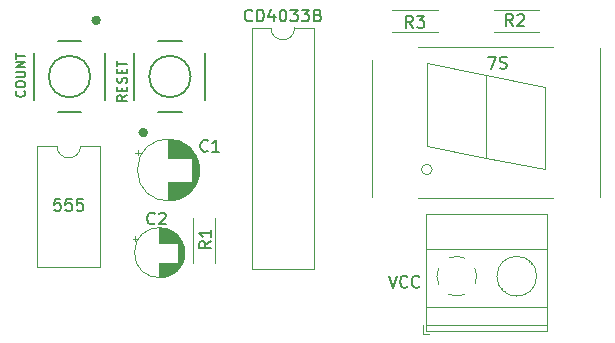
<source format=gbr>
%TF.GenerationSoftware,KiCad,Pcbnew,8.0.5*%
%TF.CreationDate,2025-01-11T13:33:14+03:00*%
%TF.ProjectId,Counter_CD4033,436f756e-7465-4725-9f43-44343033332e,rev?*%
%TF.SameCoordinates,Original*%
%TF.FileFunction,Legend,Top*%
%TF.FilePolarity,Positive*%
%FSLAX46Y46*%
G04 Gerber Fmt 4.6, Leading zero omitted, Abs format (unit mm)*
G04 Created by KiCad (PCBNEW 8.0.5) date 2025-01-11 13:33:14*
%MOMM*%
%LPD*%
G01*
G04 APERTURE LIST*
%ADD10C,0.150000*%
%ADD11C,0.120000*%
%ADD12C,0.127000*%
%ADD13C,0.400000*%
G04 APERTURE END LIST*
D10*
X161070476Y-68914819D02*
X161737142Y-68914819D01*
X161737142Y-68914819D02*
X161308571Y-69914819D01*
X162070476Y-69867200D02*
X162213333Y-69914819D01*
X162213333Y-69914819D02*
X162451428Y-69914819D01*
X162451428Y-69914819D02*
X162546666Y-69867200D01*
X162546666Y-69867200D02*
X162594285Y-69819580D01*
X162594285Y-69819580D02*
X162641904Y-69724342D01*
X162641904Y-69724342D02*
X162641904Y-69629104D01*
X162641904Y-69629104D02*
X162594285Y-69533866D01*
X162594285Y-69533866D02*
X162546666Y-69486247D01*
X162546666Y-69486247D02*
X162451428Y-69438628D01*
X162451428Y-69438628D02*
X162260952Y-69391009D01*
X162260952Y-69391009D02*
X162165714Y-69343390D01*
X162165714Y-69343390D02*
X162118095Y-69295771D01*
X162118095Y-69295771D02*
X162070476Y-69200533D01*
X162070476Y-69200533D02*
X162070476Y-69105295D01*
X162070476Y-69105295D02*
X162118095Y-69010057D01*
X162118095Y-69010057D02*
X162165714Y-68962438D01*
X162165714Y-68962438D02*
X162260952Y-68914819D01*
X162260952Y-68914819D02*
X162499047Y-68914819D01*
X162499047Y-68914819D02*
X162641904Y-68962438D01*
X137333333Y-76859580D02*
X137285714Y-76907200D01*
X137285714Y-76907200D02*
X137142857Y-76954819D01*
X137142857Y-76954819D02*
X137047619Y-76954819D01*
X137047619Y-76954819D02*
X136904762Y-76907200D01*
X136904762Y-76907200D02*
X136809524Y-76811961D01*
X136809524Y-76811961D02*
X136761905Y-76716723D01*
X136761905Y-76716723D02*
X136714286Y-76526247D01*
X136714286Y-76526247D02*
X136714286Y-76383390D01*
X136714286Y-76383390D02*
X136761905Y-76192914D01*
X136761905Y-76192914D02*
X136809524Y-76097676D01*
X136809524Y-76097676D02*
X136904762Y-76002438D01*
X136904762Y-76002438D02*
X137047619Y-75954819D01*
X137047619Y-75954819D02*
X137142857Y-75954819D01*
X137142857Y-75954819D02*
X137285714Y-76002438D01*
X137285714Y-76002438D02*
X137333333Y-76050057D01*
X138285714Y-76954819D02*
X137714286Y-76954819D01*
X138000000Y-76954819D02*
X138000000Y-75954819D01*
X138000000Y-75954819D02*
X137904762Y-76097676D01*
X137904762Y-76097676D02*
X137809524Y-76192914D01*
X137809524Y-76192914D02*
X137714286Y-76240533D01*
X152666667Y-87454819D02*
X153000000Y-88454819D01*
X153000000Y-88454819D02*
X153333333Y-87454819D01*
X154238095Y-88359580D02*
X154190476Y-88407200D01*
X154190476Y-88407200D02*
X154047619Y-88454819D01*
X154047619Y-88454819D02*
X153952381Y-88454819D01*
X153952381Y-88454819D02*
X153809524Y-88407200D01*
X153809524Y-88407200D02*
X153714286Y-88311961D01*
X153714286Y-88311961D02*
X153666667Y-88216723D01*
X153666667Y-88216723D02*
X153619048Y-88026247D01*
X153619048Y-88026247D02*
X153619048Y-87883390D01*
X153619048Y-87883390D02*
X153666667Y-87692914D01*
X153666667Y-87692914D02*
X153714286Y-87597676D01*
X153714286Y-87597676D02*
X153809524Y-87502438D01*
X153809524Y-87502438D02*
X153952381Y-87454819D01*
X153952381Y-87454819D02*
X154047619Y-87454819D01*
X154047619Y-87454819D02*
X154190476Y-87502438D01*
X154190476Y-87502438D02*
X154238095Y-87550057D01*
X155238095Y-88359580D02*
X155190476Y-88407200D01*
X155190476Y-88407200D02*
X155047619Y-88454819D01*
X155047619Y-88454819D02*
X154952381Y-88454819D01*
X154952381Y-88454819D02*
X154809524Y-88407200D01*
X154809524Y-88407200D02*
X154714286Y-88311961D01*
X154714286Y-88311961D02*
X154666667Y-88216723D01*
X154666667Y-88216723D02*
X154619048Y-88026247D01*
X154619048Y-88026247D02*
X154619048Y-87883390D01*
X154619048Y-87883390D02*
X154666667Y-87692914D01*
X154666667Y-87692914D02*
X154714286Y-87597676D01*
X154714286Y-87597676D02*
X154809524Y-87502438D01*
X154809524Y-87502438D02*
X154952381Y-87454819D01*
X154952381Y-87454819D02*
X155047619Y-87454819D01*
X155047619Y-87454819D02*
X155190476Y-87502438D01*
X155190476Y-87502438D02*
X155238095Y-87550057D01*
X137614819Y-84546666D02*
X137138628Y-84879999D01*
X137614819Y-85118094D02*
X136614819Y-85118094D01*
X136614819Y-85118094D02*
X136614819Y-84737142D01*
X136614819Y-84737142D02*
X136662438Y-84641904D01*
X136662438Y-84641904D02*
X136710057Y-84594285D01*
X136710057Y-84594285D02*
X136805295Y-84546666D01*
X136805295Y-84546666D02*
X136948152Y-84546666D01*
X136948152Y-84546666D02*
X137043390Y-84594285D01*
X137043390Y-84594285D02*
X137091009Y-84641904D01*
X137091009Y-84641904D02*
X137138628Y-84737142D01*
X137138628Y-84737142D02*
X137138628Y-85118094D01*
X137614819Y-83594285D02*
X137614819Y-84165713D01*
X137614819Y-83879999D02*
X136614819Y-83879999D01*
X136614819Y-83879999D02*
X136757676Y-83975237D01*
X136757676Y-83975237D02*
X136852914Y-84070475D01*
X136852914Y-84070475D02*
X136900533Y-84165713D01*
X132833333Y-83019580D02*
X132785714Y-83067200D01*
X132785714Y-83067200D02*
X132642857Y-83114819D01*
X132642857Y-83114819D02*
X132547619Y-83114819D01*
X132547619Y-83114819D02*
X132404762Y-83067200D01*
X132404762Y-83067200D02*
X132309524Y-82971961D01*
X132309524Y-82971961D02*
X132261905Y-82876723D01*
X132261905Y-82876723D02*
X132214286Y-82686247D01*
X132214286Y-82686247D02*
X132214286Y-82543390D01*
X132214286Y-82543390D02*
X132261905Y-82352914D01*
X132261905Y-82352914D02*
X132309524Y-82257676D01*
X132309524Y-82257676D02*
X132404762Y-82162438D01*
X132404762Y-82162438D02*
X132547619Y-82114819D01*
X132547619Y-82114819D02*
X132642857Y-82114819D01*
X132642857Y-82114819D02*
X132785714Y-82162438D01*
X132785714Y-82162438D02*
X132833333Y-82210057D01*
X133214286Y-82210057D02*
X133261905Y-82162438D01*
X133261905Y-82162438D02*
X133357143Y-82114819D01*
X133357143Y-82114819D02*
X133595238Y-82114819D01*
X133595238Y-82114819D02*
X133690476Y-82162438D01*
X133690476Y-82162438D02*
X133738095Y-82210057D01*
X133738095Y-82210057D02*
X133785714Y-82305295D01*
X133785714Y-82305295D02*
X133785714Y-82400533D01*
X133785714Y-82400533D02*
X133738095Y-82543390D01*
X133738095Y-82543390D02*
X133166667Y-83114819D01*
X133166667Y-83114819D02*
X133785714Y-83114819D01*
X121786544Y-71816251D02*
X121824697Y-71854404D01*
X121824697Y-71854404D02*
X121862849Y-71968860D01*
X121862849Y-71968860D02*
X121862849Y-72045165D01*
X121862849Y-72045165D02*
X121824697Y-72159622D01*
X121824697Y-72159622D02*
X121748392Y-72235926D01*
X121748392Y-72235926D02*
X121672088Y-72274078D01*
X121672088Y-72274078D02*
X121519479Y-72312231D01*
X121519479Y-72312231D02*
X121405022Y-72312231D01*
X121405022Y-72312231D02*
X121252413Y-72274078D01*
X121252413Y-72274078D02*
X121176108Y-72235926D01*
X121176108Y-72235926D02*
X121099804Y-72159622D01*
X121099804Y-72159622D02*
X121061652Y-72045165D01*
X121061652Y-72045165D02*
X121061652Y-71968860D01*
X121061652Y-71968860D02*
X121099804Y-71854404D01*
X121099804Y-71854404D02*
X121137956Y-71816251D01*
X121061652Y-71320272D02*
X121061652Y-71167663D01*
X121061652Y-71167663D02*
X121099804Y-71091359D01*
X121099804Y-71091359D02*
X121176108Y-71015054D01*
X121176108Y-71015054D02*
X121328717Y-70976902D01*
X121328717Y-70976902D02*
X121595783Y-70976902D01*
X121595783Y-70976902D02*
X121748392Y-71015054D01*
X121748392Y-71015054D02*
X121824697Y-71091359D01*
X121824697Y-71091359D02*
X121862849Y-71167663D01*
X121862849Y-71167663D02*
X121862849Y-71320272D01*
X121862849Y-71320272D02*
X121824697Y-71396577D01*
X121824697Y-71396577D02*
X121748392Y-71472881D01*
X121748392Y-71472881D02*
X121595783Y-71511034D01*
X121595783Y-71511034D02*
X121328717Y-71511034D01*
X121328717Y-71511034D02*
X121176108Y-71472881D01*
X121176108Y-71472881D02*
X121099804Y-71396577D01*
X121099804Y-71396577D02*
X121061652Y-71320272D01*
X121061652Y-70633532D02*
X121710240Y-70633532D01*
X121710240Y-70633532D02*
X121786544Y-70595380D01*
X121786544Y-70595380D02*
X121824697Y-70557228D01*
X121824697Y-70557228D02*
X121862849Y-70480923D01*
X121862849Y-70480923D02*
X121862849Y-70328314D01*
X121862849Y-70328314D02*
X121824697Y-70252010D01*
X121824697Y-70252010D02*
X121786544Y-70213858D01*
X121786544Y-70213858D02*
X121710240Y-70175705D01*
X121710240Y-70175705D02*
X121061652Y-70175705D01*
X121862849Y-69794183D02*
X121061652Y-69794183D01*
X121061652Y-69794183D02*
X121862849Y-69336356D01*
X121862849Y-69336356D02*
X121061652Y-69336356D01*
X121061652Y-69069291D02*
X121061652Y-68611464D01*
X121862849Y-68840378D02*
X121061652Y-68840378D01*
X154713333Y-66454819D02*
X154380000Y-65978628D01*
X154141905Y-66454819D02*
X154141905Y-65454819D01*
X154141905Y-65454819D02*
X154522857Y-65454819D01*
X154522857Y-65454819D02*
X154618095Y-65502438D01*
X154618095Y-65502438D02*
X154665714Y-65550057D01*
X154665714Y-65550057D02*
X154713333Y-65645295D01*
X154713333Y-65645295D02*
X154713333Y-65788152D01*
X154713333Y-65788152D02*
X154665714Y-65883390D01*
X154665714Y-65883390D02*
X154618095Y-65931009D01*
X154618095Y-65931009D02*
X154522857Y-65978628D01*
X154522857Y-65978628D02*
X154141905Y-65978628D01*
X155046667Y-65454819D02*
X155665714Y-65454819D01*
X155665714Y-65454819D02*
X155332381Y-65835771D01*
X155332381Y-65835771D02*
X155475238Y-65835771D01*
X155475238Y-65835771D02*
X155570476Y-65883390D01*
X155570476Y-65883390D02*
X155618095Y-65931009D01*
X155618095Y-65931009D02*
X155665714Y-66026247D01*
X155665714Y-66026247D02*
X155665714Y-66264342D01*
X155665714Y-66264342D02*
X155618095Y-66359580D01*
X155618095Y-66359580D02*
X155570476Y-66407200D01*
X155570476Y-66407200D02*
X155475238Y-66454819D01*
X155475238Y-66454819D02*
X155189524Y-66454819D01*
X155189524Y-66454819D02*
X155094286Y-66407200D01*
X155094286Y-66407200D02*
X155046667Y-66359580D01*
X141094761Y-65829580D02*
X141047142Y-65877200D01*
X141047142Y-65877200D02*
X140904285Y-65924819D01*
X140904285Y-65924819D02*
X140809047Y-65924819D01*
X140809047Y-65924819D02*
X140666190Y-65877200D01*
X140666190Y-65877200D02*
X140570952Y-65781961D01*
X140570952Y-65781961D02*
X140523333Y-65686723D01*
X140523333Y-65686723D02*
X140475714Y-65496247D01*
X140475714Y-65496247D02*
X140475714Y-65353390D01*
X140475714Y-65353390D02*
X140523333Y-65162914D01*
X140523333Y-65162914D02*
X140570952Y-65067676D01*
X140570952Y-65067676D02*
X140666190Y-64972438D01*
X140666190Y-64972438D02*
X140809047Y-64924819D01*
X140809047Y-64924819D02*
X140904285Y-64924819D01*
X140904285Y-64924819D02*
X141047142Y-64972438D01*
X141047142Y-64972438D02*
X141094761Y-65020057D01*
X141523333Y-65924819D02*
X141523333Y-64924819D01*
X141523333Y-64924819D02*
X141761428Y-64924819D01*
X141761428Y-64924819D02*
X141904285Y-64972438D01*
X141904285Y-64972438D02*
X141999523Y-65067676D01*
X141999523Y-65067676D02*
X142047142Y-65162914D01*
X142047142Y-65162914D02*
X142094761Y-65353390D01*
X142094761Y-65353390D02*
X142094761Y-65496247D01*
X142094761Y-65496247D02*
X142047142Y-65686723D01*
X142047142Y-65686723D02*
X141999523Y-65781961D01*
X141999523Y-65781961D02*
X141904285Y-65877200D01*
X141904285Y-65877200D02*
X141761428Y-65924819D01*
X141761428Y-65924819D02*
X141523333Y-65924819D01*
X142951904Y-65258152D02*
X142951904Y-65924819D01*
X142713809Y-64877200D02*
X142475714Y-65591485D01*
X142475714Y-65591485D02*
X143094761Y-65591485D01*
X143666190Y-64924819D02*
X143761428Y-64924819D01*
X143761428Y-64924819D02*
X143856666Y-64972438D01*
X143856666Y-64972438D02*
X143904285Y-65020057D01*
X143904285Y-65020057D02*
X143951904Y-65115295D01*
X143951904Y-65115295D02*
X143999523Y-65305771D01*
X143999523Y-65305771D02*
X143999523Y-65543866D01*
X143999523Y-65543866D02*
X143951904Y-65734342D01*
X143951904Y-65734342D02*
X143904285Y-65829580D01*
X143904285Y-65829580D02*
X143856666Y-65877200D01*
X143856666Y-65877200D02*
X143761428Y-65924819D01*
X143761428Y-65924819D02*
X143666190Y-65924819D01*
X143666190Y-65924819D02*
X143570952Y-65877200D01*
X143570952Y-65877200D02*
X143523333Y-65829580D01*
X143523333Y-65829580D02*
X143475714Y-65734342D01*
X143475714Y-65734342D02*
X143428095Y-65543866D01*
X143428095Y-65543866D02*
X143428095Y-65305771D01*
X143428095Y-65305771D02*
X143475714Y-65115295D01*
X143475714Y-65115295D02*
X143523333Y-65020057D01*
X143523333Y-65020057D02*
X143570952Y-64972438D01*
X143570952Y-64972438D02*
X143666190Y-64924819D01*
X144332857Y-64924819D02*
X144951904Y-64924819D01*
X144951904Y-64924819D02*
X144618571Y-65305771D01*
X144618571Y-65305771D02*
X144761428Y-65305771D01*
X144761428Y-65305771D02*
X144856666Y-65353390D01*
X144856666Y-65353390D02*
X144904285Y-65401009D01*
X144904285Y-65401009D02*
X144951904Y-65496247D01*
X144951904Y-65496247D02*
X144951904Y-65734342D01*
X144951904Y-65734342D02*
X144904285Y-65829580D01*
X144904285Y-65829580D02*
X144856666Y-65877200D01*
X144856666Y-65877200D02*
X144761428Y-65924819D01*
X144761428Y-65924819D02*
X144475714Y-65924819D01*
X144475714Y-65924819D02*
X144380476Y-65877200D01*
X144380476Y-65877200D02*
X144332857Y-65829580D01*
X145285238Y-64924819D02*
X145904285Y-64924819D01*
X145904285Y-64924819D02*
X145570952Y-65305771D01*
X145570952Y-65305771D02*
X145713809Y-65305771D01*
X145713809Y-65305771D02*
X145809047Y-65353390D01*
X145809047Y-65353390D02*
X145856666Y-65401009D01*
X145856666Y-65401009D02*
X145904285Y-65496247D01*
X145904285Y-65496247D02*
X145904285Y-65734342D01*
X145904285Y-65734342D02*
X145856666Y-65829580D01*
X145856666Y-65829580D02*
X145809047Y-65877200D01*
X145809047Y-65877200D02*
X145713809Y-65924819D01*
X145713809Y-65924819D02*
X145428095Y-65924819D01*
X145428095Y-65924819D02*
X145332857Y-65877200D01*
X145332857Y-65877200D02*
X145285238Y-65829580D01*
X146666190Y-65401009D02*
X146809047Y-65448628D01*
X146809047Y-65448628D02*
X146856666Y-65496247D01*
X146856666Y-65496247D02*
X146904285Y-65591485D01*
X146904285Y-65591485D02*
X146904285Y-65734342D01*
X146904285Y-65734342D02*
X146856666Y-65829580D01*
X146856666Y-65829580D02*
X146809047Y-65877200D01*
X146809047Y-65877200D02*
X146713809Y-65924819D01*
X146713809Y-65924819D02*
X146332857Y-65924819D01*
X146332857Y-65924819D02*
X146332857Y-64924819D01*
X146332857Y-64924819D02*
X146666190Y-64924819D01*
X146666190Y-64924819D02*
X146761428Y-64972438D01*
X146761428Y-64972438D02*
X146809047Y-65020057D01*
X146809047Y-65020057D02*
X146856666Y-65115295D01*
X146856666Y-65115295D02*
X146856666Y-65210533D01*
X146856666Y-65210533D02*
X146809047Y-65305771D01*
X146809047Y-65305771D02*
X146761428Y-65353390D01*
X146761428Y-65353390D02*
X146666190Y-65401009D01*
X146666190Y-65401009D02*
X146332857Y-65401009D01*
X163173333Y-66294819D02*
X162840000Y-65818628D01*
X162601905Y-66294819D02*
X162601905Y-65294819D01*
X162601905Y-65294819D02*
X162982857Y-65294819D01*
X162982857Y-65294819D02*
X163078095Y-65342438D01*
X163078095Y-65342438D02*
X163125714Y-65390057D01*
X163125714Y-65390057D02*
X163173333Y-65485295D01*
X163173333Y-65485295D02*
X163173333Y-65628152D01*
X163173333Y-65628152D02*
X163125714Y-65723390D01*
X163125714Y-65723390D02*
X163078095Y-65771009D01*
X163078095Y-65771009D02*
X162982857Y-65818628D01*
X162982857Y-65818628D02*
X162601905Y-65818628D01*
X163554286Y-65390057D02*
X163601905Y-65342438D01*
X163601905Y-65342438D02*
X163697143Y-65294819D01*
X163697143Y-65294819D02*
X163935238Y-65294819D01*
X163935238Y-65294819D02*
X164030476Y-65342438D01*
X164030476Y-65342438D02*
X164078095Y-65390057D01*
X164078095Y-65390057D02*
X164125714Y-65485295D01*
X164125714Y-65485295D02*
X164125714Y-65580533D01*
X164125714Y-65580533D02*
X164078095Y-65723390D01*
X164078095Y-65723390D02*
X163506667Y-66294819D01*
X163506667Y-66294819D02*
X164125714Y-66294819D01*
X130478839Y-72163643D02*
X130097316Y-72430709D01*
X130478839Y-72621470D02*
X129677642Y-72621470D01*
X129677642Y-72621470D02*
X129677642Y-72316252D01*
X129677642Y-72316252D02*
X129715794Y-72239948D01*
X129715794Y-72239948D02*
X129753946Y-72201796D01*
X129753946Y-72201796D02*
X129830251Y-72163643D01*
X129830251Y-72163643D02*
X129944707Y-72163643D01*
X129944707Y-72163643D02*
X130021012Y-72201796D01*
X130021012Y-72201796D02*
X130059164Y-72239948D01*
X130059164Y-72239948D02*
X130097316Y-72316252D01*
X130097316Y-72316252D02*
X130097316Y-72621470D01*
X130059164Y-71820273D02*
X130059164Y-71553208D01*
X130478839Y-71438751D02*
X130478839Y-71820273D01*
X130478839Y-71820273D02*
X129677642Y-71820273D01*
X129677642Y-71820273D02*
X129677642Y-71438751D01*
X130440687Y-71133533D02*
X130478839Y-71019076D01*
X130478839Y-71019076D02*
X130478839Y-70828315D01*
X130478839Y-70828315D02*
X130440687Y-70752010D01*
X130440687Y-70752010D02*
X130402534Y-70713858D01*
X130402534Y-70713858D02*
X130326230Y-70675706D01*
X130326230Y-70675706D02*
X130249925Y-70675706D01*
X130249925Y-70675706D02*
X130173621Y-70713858D01*
X130173621Y-70713858D02*
X130135469Y-70752010D01*
X130135469Y-70752010D02*
X130097316Y-70828315D01*
X130097316Y-70828315D02*
X130059164Y-70980924D01*
X130059164Y-70980924D02*
X130021012Y-71057228D01*
X130021012Y-71057228D02*
X129982860Y-71095380D01*
X129982860Y-71095380D02*
X129906555Y-71133533D01*
X129906555Y-71133533D02*
X129830251Y-71133533D01*
X129830251Y-71133533D02*
X129753946Y-71095380D01*
X129753946Y-71095380D02*
X129715794Y-71057228D01*
X129715794Y-71057228D02*
X129677642Y-70980924D01*
X129677642Y-70980924D02*
X129677642Y-70790162D01*
X129677642Y-70790162D02*
X129715794Y-70675706D01*
X130059164Y-70332335D02*
X130059164Y-70065270D01*
X130478839Y-69950813D02*
X130478839Y-70332335D01*
X130478839Y-70332335D02*
X129677642Y-70332335D01*
X129677642Y-70332335D02*
X129677642Y-69950813D01*
X129677642Y-69721899D02*
X129677642Y-69264072D01*
X130478839Y-69492986D02*
X129677642Y-69492986D01*
X124855714Y-80954819D02*
X124379524Y-80954819D01*
X124379524Y-80954819D02*
X124331905Y-81431009D01*
X124331905Y-81431009D02*
X124379524Y-81383390D01*
X124379524Y-81383390D02*
X124474762Y-81335771D01*
X124474762Y-81335771D02*
X124712857Y-81335771D01*
X124712857Y-81335771D02*
X124808095Y-81383390D01*
X124808095Y-81383390D02*
X124855714Y-81431009D01*
X124855714Y-81431009D02*
X124903333Y-81526247D01*
X124903333Y-81526247D02*
X124903333Y-81764342D01*
X124903333Y-81764342D02*
X124855714Y-81859580D01*
X124855714Y-81859580D02*
X124808095Y-81907200D01*
X124808095Y-81907200D02*
X124712857Y-81954819D01*
X124712857Y-81954819D02*
X124474762Y-81954819D01*
X124474762Y-81954819D02*
X124379524Y-81907200D01*
X124379524Y-81907200D02*
X124331905Y-81859580D01*
X125808095Y-80954819D02*
X125331905Y-80954819D01*
X125331905Y-80954819D02*
X125284286Y-81431009D01*
X125284286Y-81431009D02*
X125331905Y-81383390D01*
X125331905Y-81383390D02*
X125427143Y-81335771D01*
X125427143Y-81335771D02*
X125665238Y-81335771D01*
X125665238Y-81335771D02*
X125760476Y-81383390D01*
X125760476Y-81383390D02*
X125808095Y-81431009D01*
X125808095Y-81431009D02*
X125855714Y-81526247D01*
X125855714Y-81526247D02*
X125855714Y-81764342D01*
X125855714Y-81764342D02*
X125808095Y-81859580D01*
X125808095Y-81859580D02*
X125760476Y-81907200D01*
X125760476Y-81907200D02*
X125665238Y-81954819D01*
X125665238Y-81954819D02*
X125427143Y-81954819D01*
X125427143Y-81954819D02*
X125331905Y-81907200D01*
X125331905Y-81907200D02*
X125284286Y-81859580D01*
X126760476Y-80954819D02*
X126284286Y-80954819D01*
X126284286Y-80954819D02*
X126236667Y-81431009D01*
X126236667Y-81431009D02*
X126284286Y-81383390D01*
X126284286Y-81383390D02*
X126379524Y-81335771D01*
X126379524Y-81335771D02*
X126617619Y-81335771D01*
X126617619Y-81335771D02*
X126712857Y-81383390D01*
X126712857Y-81383390D02*
X126760476Y-81431009D01*
X126760476Y-81431009D02*
X126808095Y-81526247D01*
X126808095Y-81526247D02*
X126808095Y-81764342D01*
X126808095Y-81764342D02*
X126760476Y-81859580D01*
X126760476Y-81859580D02*
X126712857Y-81907200D01*
X126712857Y-81907200D02*
X126617619Y-81954819D01*
X126617619Y-81954819D02*
X126379524Y-81954819D01*
X126379524Y-81954819D02*
X126284286Y-81907200D01*
X126284286Y-81907200D02*
X126236667Y-81859580D01*
D11*
%TO.C,7S*%
X151245000Y-69160000D02*
X151245000Y-80760000D01*
X155165000Y-68050000D02*
X166595000Y-68050000D01*
X155165000Y-80870000D02*
X166595000Y-80870000D01*
X155880000Y-69460000D02*
X155880000Y-76460000D01*
X155880000Y-76460000D02*
X160880000Y-77460000D01*
X160880000Y-70460000D02*
X155880000Y-69460000D01*
X160880000Y-77460000D02*
X160880000Y-70460000D01*
X165880000Y-71460000D02*
X160880000Y-70460000D01*
X165880000Y-71460000D02*
X165880000Y-78460000D01*
X165880000Y-78460000D02*
X160880000Y-77460000D01*
X170515000Y-80760000D02*
X170515000Y-68160000D01*
X156327214Y-78460000D02*
G75*
G02*
X155432786Y-78460000I-447214J0D01*
G01*
X155432786Y-78460000D02*
G75*
G02*
X156327214Y-78460000I447214J0D01*
G01*
%TO.C,C1*%
X131195225Y-77025000D02*
X131695225Y-77025000D01*
X131445225Y-76775000D02*
X131445225Y-77275000D01*
X134000000Y-75920000D02*
X134000000Y-77460000D01*
X134000000Y-79540000D02*
X134000000Y-81080000D01*
X134040000Y-75920000D02*
X134040000Y-77460000D01*
X134040000Y-79540000D02*
X134040000Y-81080000D01*
X134080000Y-75921000D02*
X134080000Y-77460000D01*
X134080000Y-79540000D02*
X134080000Y-81079000D01*
X134120000Y-75922000D02*
X134120000Y-77460000D01*
X134120000Y-79540000D02*
X134120000Y-81078000D01*
X134160000Y-75924000D02*
X134160000Y-77460000D01*
X134160000Y-79540000D02*
X134160000Y-81076000D01*
X134200000Y-75927000D02*
X134200000Y-77460000D01*
X134200000Y-79540000D02*
X134200000Y-81073000D01*
X134240000Y-75931000D02*
X134240000Y-77460000D01*
X134240000Y-79540000D02*
X134240000Y-81069000D01*
X134280000Y-75935000D02*
X134280000Y-77460000D01*
X134280000Y-79540000D02*
X134280000Y-81065000D01*
X134320000Y-75939000D02*
X134320000Y-77460000D01*
X134320000Y-79540000D02*
X134320000Y-81061000D01*
X134360000Y-75944000D02*
X134360000Y-77460000D01*
X134360000Y-79540000D02*
X134360000Y-81056000D01*
X134400000Y-75950000D02*
X134400000Y-77460000D01*
X134400000Y-79540000D02*
X134400000Y-81050000D01*
X134440000Y-75957000D02*
X134440000Y-77460000D01*
X134440000Y-79540000D02*
X134440000Y-81043000D01*
X134480000Y-75964000D02*
X134480000Y-77460000D01*
X134480000Y-79540000D02*
X134480000Y-81036000D01*
X134520000Y-75972000D02*
X134520000Y-77460000D01*
X134520000Y-79540000D02*
X134520000Y-81028000D01*
X134560000Y-75980000D02*
X134560000Y-77460000D01*
X134560000Y-79540000D02*
X134560000Y-81020000D01*
X134600000Y-75989000D02*
X134600000Y-77460000D01*
X134600000Y-79540000D02*
X134600000Y-81011000D01*
X134640000Y-75999000D02*
X134640000Y-77460000D01*
X134640000Y-79540000D02*
X134640000Y-81001000D01*
X134680000Y-76009000D02*
X134680000Y-77460000D01*
X134680000Y-79540000D02*
X134680000Y-80991000D01*
X134721000Y-76020000D02*
X134721000Y-77460000D01*
X134721000Y-79540000D02*
X134721000Y-80980000D01*
X134761000Y-76032000D02*
X134761000Y-77460000D01*
X134761000Y-79540000D02*
X134761000Y-80968000D01*
X134801000Y-76045000D02*
X134801000Y-77460000D01*
X134801000Y-79540000D02*
X134801000Y-80955000D01*
X134841000Y-76058000D02*
X134841000Y-77460000D01*
X134841000Y-79540000D02*
X134841000Y-80942000D01*
X134881000Y-76072000D02*
X134881000Y-77460000D01*
X134881000Y-79540000D02*
X134881000Y-80928000D01*
X134921000Y-76086000D02*
X134921000Y-77460000D01*
X134921000Y-79540000D02*
X134921000Y-80914000D01*
X134961000Y-76102000D02*
X134961000Y-77460000D01*
X134961000Y-79540000D02*
X134961000Y-80898000D01*
X135001000Y-76118000D02*
X135001000Y-77460000D01*
X135001000Y-79540000D02*
X135001000Y-80882000D01*
X135041000Y-76135000D02*
X135041000Y-77460000D01*
X135041000Y-79540000D02*
X135041000Y-80865000D01*
X135081000Y-76152000D02*
X135081000Y-77460000D01*
X135081000Y-79540000D02*
X135081000Y-80848000D01*
X135121000Y-76171000D02*
X135121000Y-77460000D01*
X135121000Y-79540000D02*
X135121000Y-80829000D01*
X135161000Y-76190000D02*
X135161000Y-77460000D01*
X135161000Y-79540000D02*
X135161000Y-80810000D01*
X135201000Y-76210000D02*
X135201000Y-77460000D01*
X135201000Y-79540000D02*
X135201000Y-80790000D01*
X135241000Y-76232000D02*
X135241000Y-77460000D01*
X135241000Y-79540000D02*
X135241000Y-80768000D01*
X135281000Y-76253000D02*
X135281000Y-77460000D01*
X135281000Y-79540000D02*
X135281000Y-80747000D01*
X135321000Y-76276000D02*
X135321000Y-77460000D01*
X135321000Y-79540000D02*
X135321000Y-80724000D01*
X135361000Y-76300000D02*
X135361000Y-77460000D01*
X135361000Y-79540000D02*
X135361000Y-80700000D01*
X135401000Y-76325000D02*
X135401000Y-77460000D01*
X135401000Y-79540000D02*
X135401000Y-80675000D01*
X135441000Y-76351000D02*
X135441000Y-77460000D01*
X135441000Y-79540000D02*
X135441000Y-80649000D01*
X135481000Y-76378000D02*
X135481000Y-77460000D01*
X135481000Y-79540000D02*
X135481000Y-80622000D01*
X135521000Y-76405000D02*
X135521000Y-77460000D01*
X135521000Y-79540000D02*
X135521000Y-80595000D01*
X135561000Y-76435000D02*
X135561000Y-77460000D01*
X135561000Y-79540000D02*
X135561000Y-80565000D01*
X135601000Y-76465000D02*
X135601000Y-77460000D01*
X135601000Y-79540000D02*
X135601000Y-80535000D01*
X135641000Y-76496000D02*
X135641000Y-77460000D01*
X135641000Y-79540000D02*
X135641000Y-80504000D01*
X135681000Y-76529000D02*
X135681000Y-77460000D01*
X135681000Y-79540000D02*
X135681000Y-80471000D01*
X135721000Y-76563000D02*
X135721000Y-77460000D01*
X135721000Y-79540000D02*
X135721000Y-80437000D01*
X135761000Y-76599000D02*
X135761000Y-77460000D01*
X135761000Y-79540000D02*
X135761000Y-80401000D01*
X135801000Y-76636000D02*
X135801000Y-77460000D01*
X135801000Y-79540000D02*
X135801000Y-80364000D01*
X135841000Y-76674000D02*
X135841000Y-77460000D01*
X135841000Y-79540000D02*
X135841000Y-80326000D01*
X135881000Y-76715000D02*
X135881000Y-77460000D01*
X135881000Y-79540000D02*
X135881000Y-80285000D01*
X135921000Y-76757000D02*
X135921000Y-77460000D01*
X135921000Y-79540000D02*
X135921000Y-80243000D01*
X135961000Y-76801000D02*
X135961000Y-77460000D01*
X135961000Y-79540000D02*
X135961000Y-80199000D01*
X136001000Y-76847000D02*
X136001000Y-77460000D01*
X136001000Y-79540000D02*
X136001000Y-80153000D01*
X136041000Y-76895000D02*
X136041000Y-80105000D01*
X136081000Y-76946000D02*
X136081000Y-80054000D01*
X136121000Y-77000000D02*
X136121000Y-80000000D01*
X136161000Y-77057000D02*
X136161000Y-79943000D01*
X136201000Y-77117000D02*
X136201000Y-79883000D01*
X136241000Y-77181000D02*
X136241000Y-79819000D01*
X136281000Y-77249000D02*
X136281000Y-79751000D01*
X136321000Y-77322000D02*
X136321000Y-79678000D01*
X136361000Y-77402000D02*
X136361000Y-79598000D01*
X136401000Y-77489000D02*
X136401000Y-79511000D01*
X136441000Y-77585000D02*
X136441000Y-79415000D01*
X136481000Y-77695000D02*
X136481000Y-79305000D01*
X136521000Y-77823000D02*
X136521000Y-79177000D01*
X136561000Y-77982000D02*
X136561000Y-79018000D01*
X136601000Y-78216000D02*
X136601000Y-78784000D01*
X136620000Y-78500000D02*
G75*
G02*
X131380000Y-78500000I-2620000J0D01*
G01*
X131380000Y-78500000D02*
G75*
G02*
X136620000Y-78500000I2620000J0D01*
G01*
%TO.C,VCC*%
X155580000Y-91660000D02*
X155580000Y-92400000D01*
X155580000Y-92400000D02*
X156080000Y-92400000D01*
X155820000Y-82239000D02*
X155820000Y-92160000D01*
X155820000Y-82239000D02*
X166100000Y-82239000D01*
X155820000Y-85199000D02*
X166100000Y-85199000D01*
X155820000Y-90100000D02*
X166100000Y-90100000D01*
X155820000Y-91600000D02*
X166100000Y-91600000D01*
X155820000Y-92160000D02*
X166100000Y-92160000D01*
X162273000Y-88523000D02*
X162226000Y-88569000D01*
X162466000Y-88739000D02*
X162431000Y-88774000D01*
X164570000Y-86225000D02*
X164535000Y-86261000D01*
X164775000Y-86431000D02*
X164728000Y-86477000D01*
X166100000Y-82239000D02*
X166100000Y-92160000D01*
X156884573Y-88183042D02*
G75*
G02*
X156885000Y-86816000I1535420J683041D01*
G01*
X157736958Y-85964573D02*
G75*
G02*
X159104000Y-85965000I683041J-1535420D01*
G01*
X158448805Y-89180253D02*
G75*
G02*
X157736000Y-89035000I-28806J1680254D01*
G01*
X159103318Y-89034756D02*
G75*
G02*
X158420000Y-89180000I-683318J1534756D01*
G01*
X159955427Y-86816958D02*
G75*
G02*
X159955000Y-88184000I-1535427J-683042D01*
G01*
X165180000Y-87500000D02*
G75*
G02*
X161820000Y-87500000I-1680000J0D01*
G01*
X161820000Y-87500000D02*
G75*
G02*
X165180000Y-87500000I1680000J0D01*
G01*
%TO.C,R1*%
X136080000Y-86420000D02*
X136080000Y-82580000D01*
X137920000Y-86420000D02*
X137920000Y-82580000D01*
%TO.C,C2*%
X130980199Y-84305000D02*
X131380199Y-84305000D01*
X131180199Y-84105000D02*
X131180199Y-84505000D01*
X133250000Y-83420000D02*
X133250000Y-84660000D01*
X133250000Y-86340000D02*
X133250000Y-87580000D01*
X133290000Y-83420000D02*
X133290000Y-84660000D01*
X133290000Y-86340000D02*
X133290000Y-87580000D01*
X133330000Y-83421000D02*
X133330000Y-84660000D01*
X133330000Y-86340000D02*
X133330000Y-87579000D01*
X133370000Y-83423000D02*
X133370000Y-84660000D01*
X133370000Y-86340000D02*
X133370000Y-87577000D01*
X133410000Y-83426000D02*
X133410000Y-84660000D01*
X133410000Y-86340000D02*
X133410000Y-87574000D01*
X133450000Y-83429000D02*
X133450000Y-84660000D01*
X133450000Y-86340000D02*
X133450000Y-87571000D01*
X133490000Y-83433000D02*
X133490000Y-84660000D01*
X133490000Y-86340000D02*
X133490000Y-87567000D01*
X133530000Y-83438000D02*
X133530000Y-84660000D01*
X133530000Y-86340000D02*
X133530000Y-87562000D01*
X133570000Y-83444000D02*
X133570000Y-84660000D01*
X133570000Y-86340000D02*
X133570000Y-87556000D01*
X133610000Y-83450000D02*
X133610000Y-84660000D01*
X133610000Y-86340000D02*
X133610000Y-87550000D01*
X133650000Y-83458000D02*
X133650000Y-84660000D01*
X133650000Y-86340000D02*
X133650000Y-87542000D01*
X133690000Y-83466000D02*
X133690000Y-84660000D01*
X133690000Y-86340000D02*
X133690000Y-87534000D01*
X133730000Y-83475000D02*
X133730000Y-84660000D01*
X133730000Y-86340000D02*
X133730000Y-87525000D01*
X133770000Y-83484000D02*
X133770000Y-84660000D01*
X133770000Y-86340000D02*
X133770000Y-87516000D01*
X133810000Y-83495000D02*
X133810000Y-84660000D01*
X133810000Y-86340000D02*
X133810000Y-87505000D01*
X133850000Y-83506000D02*
X133850000Y-84660000D01*
X133850000Y-86340000D02*
X133850000Y-87494000D01*
X133890000Y-83518000D02*
X133890000Y-84660000D01*
X133890000Y-86340000D02*
X133890000Y-87482000D01*
X133930000Y-83532000D02*
X133930000Y-84660000D01*
X133930000Y-86340000D02*
X133930000Y-87468000D01*
X133971000Y-83546000D02*
X133971000Y-84660000D01*
X133971000Y-86340000D02*
X133971000Y-87454000D01*
X134011000Y-83560000D02*
X134011000Y-84660000D01*
X134011000Y-86340000D02*
X134011000Y-87440000D01*
X134051000Y-83576000D02*
X134051000Y-84660000D01*
X134051000Y-86340000D02*
X134051000Y-87424000D01*
X134091000Y-83593000D02*
X134091000Y-84660000D01*
X134091000Y-86340000D02*
X134091000Y-87407000D01*
X134131000Y-83611000D02*
X134131000Y-84660000D01*
X134131000Y-86340000D02*
X134131000Y-87389000D01*
X134171000Y-83630000D02*
X134171000Y-84660000D01*
X134171000Y-86340000D02*
X134171000Y-87370000D01*
X134211000Y-83649000D02*
X134211000Y-84660000D01*
X134211000Y-86340000D02*
X134211000Y-87351000D01*
X134251000Y-83670000D02*
X134251000Y-84660000D01*
X134251000Y-86340000D02*
X134251000Y-87330000D01*
X134291000Y-83692000D02*
X134291000Y-84660000D01*
X134291000Y-86340000D02*
X134291000Y-87308000D01*
X134331000Y-83715000D02*
X134331000Y-84660000D01*
X134331000Y-86340000D02*
X134331000Y-87285000D01*
X134371000Y-83740000D02*
X134371000Y-84660000D01*
X134371000Y-86340000D02*
X134371000Y-87260000D01*
X134411000Y-83765000D02*
X134411000Y-84660000D01*
X134411000Y-86340000D02*
X134411000Y-87235000D01*
X134451000Y-83792000D02*
X134451000Y-84660000D01*
X134451000Y-86340000D02*
X134451000Y-87208000D01*
X134491000Y-83820000D02*
X134491000Y-84660000D01*
X134491000Y-86340000D02*
X134491000Y-87180000D01*
X134531000Y-83850000D02*
X134531000Y-84660000D01*
X134531000Y-86340000D02*
X134531000Y-87150000D01*
X134571000Y-83881000D02*
X134571000Y-84660000D01*
X134571000Y-86340000D02*
X134571000Y-87119000D01*
X134611000Y-83913000D02*
X134611000Y-84660000D01*
X134611000Y-86340000D02*
X134611000Y-87087000D01*
X134651000Y-83948000D02*
X134651000Y-84660000D01*
X134651000Y-86340000D02*
X134651000Y-87052000D01*
X134691000Y-83984000D02*
X134691000Y-84660000D01*
X134691000Y-86340000D02*
X134691000Y-87016000D01*
X134731000Y-84022000D02*
X134731000Y-84660000D01*
X134731000Y-86340000D02*
X134731000Y-86978000D01*
X134771000Y-84062000D02*
X134771000Y-84660000D01*
X134771000Y-86340000D02*
X134771000Y-86938000D01*
X134811000Y-84104000D02*
X134811000Y-84660000D01*
X134811000Y-86340000D02*
X134811000Y-86896000D01*
X134851000Y-84149000D02*
X134851000Y-86851000D01*
X134891000Y-84196000D02*
X134891000Y-86804000D01*
X134931000Y-84246000D02*
X134931000Y-86754000D01*
X134971000Y-84300000D02*
X134971000Y-86700000D01*
X135011000Y-84358000D02*
X135011000Y-86642000D01*
X135051000Y-84420000D02*
X135051000Y-86580000D01*
X135091000Y-84487000D02*
X135091000Y-86513000D01*
X135131000Y-84560000D02*
X135131000Y-86440000D01*
X135171000Y-84641000D02*
X135171000Y-86359000D01*
X135211000Y-84732000D02*
X135211000Y-86268000D01*
X135251000Y-84836000D02*
X135251000Y-86164000D01*
X135291000Y-84963000D02*
X135291000Y-86037000D01*
X135331000Y-85130000D02*
X135331000Y-85870000D01*
X135370000Y-85500000D02*
G75*
G02*
X131130000Y-85500000I-2120000J0D01*
G01*
X131130000Y-85500000D02*
G75*
G02*
X135370000Y-85500000I2120000J0D01*
G01*
D12*
%TO.C,COUNT*%
X122630000Y-68590000D02*
X122630000Y-72590000D01*
X126630000Y-67590000D02*
X124630000Y-67590000D01*
X126630000Y-73590000D02*
X124630000Y-73590000D01*
X128630000Y-68590000D02*
X128630000Y-72590000D01*
X127380000Y-70590000D02*
G75*
G02*
X123880000Y-70590000I-1750000J0D01*
G01*
X123880000Y-70590000D02*
G75*
G02*
X127380000Y-70590000I1750000J0D01*
G01*
D13*
X128080000Y-65840000D02*
G75*
G02*
X127680000Y-65840000I-200000J0D01*
G01*
X127680000Y-65840000D02*
G75*
G02*
X128080000Y-65840000I200000J0D01*
G01*
D11*
%TO.C,R3*%
X152960000Y-65000000D02*
X156800000Y-65000000D01*
X152960000Y-66840000D02*
X156800000Y-66840000D01*
%TO.C,CD4033B*%
X141040000Y-66470000D02*
X141040000Y-86910000D01*
X141040000Y-86910000D02*
X146340000Y-86910000D01*
X142690000Y-66470000D02*
X141040000Y-66470000D01*
X146340000Y-66470000D02*
X144690000Y-66470000D01*
X146340000Y-86910000D02*
X146340000Y-66470000D01*
X144690000Y-66470000D02*
G75*
G02*
X142690000Y-66470000I-1000000J0D01*
G01*
%TO.C,R2*%
X165380000Y-65000000D02*
X161540000Y-65000000D01*
X165380000Y-66840000D02*
X161540000Y-66840000D01*
D12*
%TO.C,RESET*%
X131130000Y-72590000D02*
X131130000Y-68590000D01*
X133130000Y-67590000D02*
X135130000Y-67590000D01*
X133130000Y-73590000D02*
X135130000Y-73590000D01*
X137130000Y-72590000D02*
X137130000Y-68590000D01*
D13*
X132080000Y-75340000D02*
G75*
G02*
X131680000Y-75340000I-200000J0D01*
G01*
X131680000Y-75340000D02*
G75*
G02*
X132080000Y-75340000I200000J0D01*
G01*
D12*
X135880000Y-70590000D02*
G75*
G02*
X132380000Y-70590000I-1750000J0D01*
G01*
X132380000Y-70590000D02*
G75*
G02*
X135880000Y-70590000I1750000J0D01*
G01*
D11*
%TO.C,555*%
X122920000Y-76470000D02*
X122920000Y-86750000D01*
X122920000Y-86750000D02*
X128220000Y-86750000D01*
X124570000Y-76470000D02*
X122920000Y-76470000D01*
X128220000Y-76470000D02*
X126570000Y-76470000D01*
X128220000Y-86750000D02*
X128220000Y-76470000D01*
X126570000Y-76470000D02*
G75*
G02*
X124570000Y-76470000I-1000000J0D01*
G01*
%TD*%
M02*

</source>
